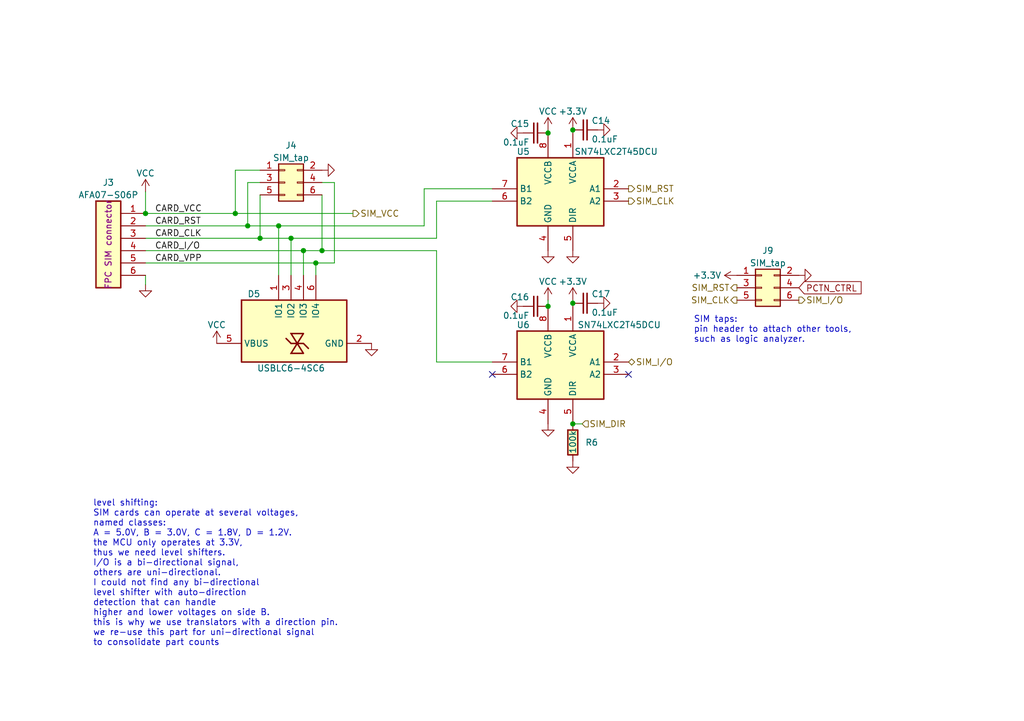
<source format=kicad_sch>
(kicad_sch (version 20230121) (generator eeschema)
  (paper "A5")
  (title_block (title "rSIM") (date "$date$") (rev "$version$.$revision$") (company "CuVoodoo") (comment 1 "King Kévin") (comment 2 "CERN-OHL-S") (comment 3 "SIM interface"))
  (lib_symbols
    (symbol "Connector_Generic:Conn_02x03_Odd_Even" (pin_names (offset 1.016) hide)
      (property "Reference" "J" (at 1.27 5.08 0))
      (property "Value" "Conn_02x03_Odd_Even" (at 1.27 -5.08 0))
      (symbol "Conn_02x03_Odd_Even_1_1"
        (rectangle (start -1.27 -2.413) (end 0 -2.667) (stroke (width 0.1524)))
        (rectangle (start -1.27 0.127) (end 0 -0.127) (stroke (width 0.1524)))
        (rectangle (start -1.27 2.667) (end 0 2.413) (stroke (width 0.1524)))
        (rectangle (start -1.27 3.81) (end 3.81 -3.81) (stroke (width 0.254)) (fill (type background)))
        (rectangle (start 3.81 -2.413) (end 2.54 -2.667) (stroke (width 0.1524)))
        (rectangle (start 3.81 0.127) (end 2.54 -0.127) (stroke (width 0.1524)))
        (rectangle (start 3.81 2.667) (end 2.54 2.413) (stroke (width 0.1524)))
        (pin passive line (at -5.08 2.54 0) (length 3.81) (name "Pin_1") (number "1"))
        (pin passive line (at 7.62 2.54 180) (length 3.81) (name "Pin_2") (number "2"))
        (pin passive line (at -5.08 0 0) (length 3.81) (name "Pin_3") (number "3"))
        (pin passive line (at 7.62 0 180) (length 3.81) (name "Pin_4") (number "4"))
        (pin passive line (at -5.08 -2.54 0) (length 3.81) (name "Pin_5") (number "5"))
        (pin passive line (at 7.62 -2.54 180) (length 3.81) (name "Pin_6") (number "6"))
      )
    )
    (symbol "partdb:TVS/USBLC6-4SC6"
      (property "Reference" "D" (at 0 0.762 0))
      (property "Value" "USBLC6-4SC6" (at 9.652 -22.352 0))
      (symbol "TVS/USBLC6-4SC6_1_1"
        (polyline (pts (xy 8.89 -12.7) (xy 9.906 -13.716)) (stroke (width 0.305)))
        (polyline (pts (xy 8.89 -10.16) (xy 7.874 -9.144)) (stroke (width 0.305)))
        (polyline (pts (xy 8.89 -10.16) (xy 8.89 -12.7)) (stroke (width 0.305)))
        (polyline (pts (xy 6.858 -10.16) (xy 8.89 -11.43) (xy 6.858 -12.7) (xy 6.858 -10.16)) (stroke (width 0.305)) (fill (type background)))
        (polyline (pts (xy 10.922 -10.16) (xy 8.89 -11.43) (xy 10.922 -12.7) (xy 10.922 -10.16)) (stroke (width 0.305)) (fill (type background)))
        (rectangle (start 0 0) (end 12.7 -21.59) (stroke (width 0.305)) (fill (type background)))
        (pin passive line (at -5.08 -7.62 0) (length 5.08) (name "IO1") (number "1"))
        (pin power_in line (at 8.89 -26.67 90) (length 5.08) (name "GND") (number "2"))
        (pin passive line (at -5.08 -10.16 0) (length 5.08) (name "IO2") (number "3"))
        (pin passive line (at -5.08 -12.7 0) (length 5.08) (name "IO3") (number "4"))
        (pin power_in line (at 8.89 5.08 270) (length 5.08) (name "VBUS") (number "5"))
        (pin passive line (at -5.08 -15.24 0) (length 5.08) (name "IO4") (number "6"))
      )
    )
    (symbol "partdb:capacitor/C0603 0.1uF 16V" (pin_numbers hide) (pin_names hide)
      (property "Reference" "C" (at 0 2.794 0))
      (property "Value" "C0603" (at 0 -2.794 0))
      (symbol "capacitor/C0603 0.1uF 16V_1_1"
        (polyline (pts (xy -0.381 2.032) (xy -0.381 -2.032)) (stroke (width 0.305)))
        (polyline (pts (xy 0.381 2.032) (xy 0.381 -2.032)) (stroke (width 0.305)))
        (pin passive line (at -2.54 0 0) (length 2.159) (name "L") (number "1"))
        (pin passive line (at 2.54 0 180) (length 2.159) (name "R") (number "2"))
      )
    )
    (symbol "partdb:connector/AFA07-S06FCC-00" (pin_names hide)
      (property "Reference" "J" (at 2.54 0.762 0))
      (property "Value" "AFA07-S06P" (at 2.54 -18.542 0))
      (symbol "connector/AFA07-S06FCC-00_1_1"
        (rectangle (start 0 0) (end 5.08 -17.78) (stroke (width 0.305)) (fill (type background)))
        (pin passive line (at -5.08 -2.54 0) (length 5.08) (name "1") (number "1"))
        (pin passive line (at -5.08 -5.08 0) (length 5.08) (name "2") (number "2"))
        (pin passive line (at -5.08 -7.62 0) (length 5.08) (name "3") (number "3"))
        (pin passive line (at -5.08 -10.16 0) (length 5.08) (name "4") (number "4"))
        (pin passive line (at -5.08 -12.7 0) (length 5.08) (name "5") (number "5"))
        (pin passive line (at -5.08 -15.24 0) (length 5.08) (name "6") (number "6"))
      )
    )
    (symbol "partdb:resistor/R0603 100K" (pin_numbers hide) (pin_names hide)
      (property "Reference" "R" (at 0 1.778 0))
      (property "Value" "R0603" (at 0 -1.778 0))
      (symbol "resistor/R0603 100K_1_1"
        (rectangle (start -2.54 1.016) (end 2.54 -1.016) (stroke (width 0.305)) (fill (type background)))
        (pin passive line (at -3.81 0 0) (length 1.27) (name "L") (number "1"))
        (pin passive line (at 3.81 0 180) (length 1.27) (name "R") (number "2"))
      )
    )
    (symbol "power:+3.3V" (power) (pin_names (offset 0))
      (property "Value" "+3.3V" (at 0 3.556 0))
      (symbol "+3.3V_0_1"
        (polyline (pts (xy -0.762 1.27) (xy 0 2.54)))
        (polyline (pts (xy 0 0) (xy 0 2.54)))
        (polyline (pts (xy 0 2.54) (xy 0.762 1.27)))
      )
      (symbol "+3.3V_1_1"
        (pin power_in line (at 0 0 90) (length 0) hide (name "+3.3V") (number "1"))
      )
    )
    (symbol "power:GND" (power) (pin_names (offset 0))
      (property "Value" "GND" (at 0 -3.81 0))
      (symbol "GND_0_1"
        (polyline (pts (xy 0 0) (xy 0 -1.27) (xy 1.27 -1.27) (xy 0 -2.54) (xy -1.27 -1.27) (xy 0 -1.27)))
      )
      (symbol "GND_1_1"
        (pin power_in line (at 0 0 270) (length 0) hide (name "GND") (number "1"))
      )
    )
    (symbol "power:VCC" (power) (pin_names (offset 0))
      (property "Value" "VCC" (at 0 3.81 0))
      (symbol "VCC_0_1"
        (polyline (pts (xy -0.762 1.27) (xy 0 2.54)))
        (polyline (pts (xy 0 0) (xy 0 2.54)))
        (polyline (pts (xy 0 2.54) (xy 0.762 1.27)))
      )
      (symbol "VCC_1_1"
        (pin power_in line (at 0 0 90) (length 0) hide (name "VCC") (number "1"))
      )
    )
    (symbol "qeda:SN74LXC2T45DCU"
      (property "Reference" "U" (at 0 0.762 0))
      (property "Value" "SN74LXC2T45DCU" (at 12.192 -14.732 0))
      (symbol "SN74LXC2T45DCU_1_1"
        (rectangle (start 0 0) (end 17.78 -13.97) (stroke (width 0.305)) (fill (type background)))
        (pin power_in line (at 6.35 5.08 270) (length 5.08) (name "VCCA") (number "1"))
        (pin bidirectional line (at -5.08 -6.35 0) (length 5.08) (name "A1") (number "2"))
        (pin bidirectional line (at -5.08 -8.89 0) (length 5.08) (name "A2") (number "3"))
        (pin power_in line (at 11.43 -19.05 90) (length 5.08) (name "GND") (number "4"))
        (pin input line (at 6.35 -19.05 90) (length 5.08) (name "DIR") (number "5"))
        (pin bidirectional line (at 22.86 -8.89 180) (length 5.08) (name "B2") (number "6"))
        (pin bidirectional line (at 22.86 -6.35 180) (length 5.08) (name "B1") (number "7"))
        (pin power_in line (at 11.43 5.08 270) (length 5.08) (name "VCCB") (number "8"))
      )
    )
  )
  (junction (at 50.8 46.355))
  (junction (at 66.04 51.435))
  (junction (at 29.845 43.815))
  (junction (at 53.34 48.895))
  (junction (at 117.475 62.23))
  (junction (at 112.395 27.305))
  (junction (at 62.23 51.435))
  (junction (at 117.475 86.995))
  (junction (at 117.475 26.67))
  (junction (at 57.15 46.355))
  (junction (at 59.69 48.895))
  (junction (at 48.26 43.815))
  (junction (at 112.395 62.865))
  (junction (at 64.77 53.975))
  (no_connect (at 100.965 76.835))
  (no_connect (at 128.905 76.835))
  (wire (pts (xy 119.38 86.995) (xy 117.475 86.995)))
  (wire (pts (xy 117.475 61.595) (xy 117.475 62.23)))
  (wire (pts (xy 112.395 61.595) (xy 112.395 62.865)))
  (wire (pts (xy 29.845 58.42) (xy 29.845 56.515)))
  (wire (pts (xy 48.26 34.925) (xy 48.26 43.815)))
  (wire (pts (xy 64.77 53.975) (xy 64.77 56.515)))
  (wire (pts (xy 29.845 53.975) (xy 64.77 53.975)))
  (wire (pts (xy 50.8 37.465) (xy 50.8 46.355)))
  (wire (pts (xy 59.69 48.895) (xy 59.69 56.515)))
  (wire (pts (xy 112.395 26.67) (xy 112.395 27.305)))
  (wire (pts (xy 57.15 46.355) (xy 86.995 46.355)))
  (wire (pts (xy 64.77 53.975) (xy 68.58 53.975)))
  (wire (pts (xy 59.69 48.895) (xy 53.34 48.895)))
  (wire (pts (xy 86.995 46.355) (xy 86.995 38.735)))
  (wire (pts (xy 59.69 48.895) (xy 89.535 48.895)))
  (wire (pts (xy 62.23 51.435) (xy 62.23 56.515)))
  (wire (pts (xy 48.26 43.815) (xy 72.39 43.815)))
  (wire (pts (xy 53.34 34.925) (xy 48.26 34.925)))
  (wire (pts (xy 29.845 43.815) (xy 48.26 43.815)))
  (wire (pts (xy 57.15 46.355) (xy 50.8 46.355)))
  (wire (pts (xy 29.845 39.37) (xy 29.845 43.815)))
  (wire (pts (xy 117.475 26.67) (xy 117.475 27.305)))
  (wire (pts (xy 66.04 37.465) (xy 68.58 37.465)))
  (wire (pts (xy 66.04 40.005) (xy 66.04 51.435)))
  (wire (pts (xy 29.845 51.435) (xy 62.23 51.435)))
  (wire (pts (xy 53.34 40.005) (xy 53.34 48.895)))
  (wire (pts (xy 68.58 37.465) (xy 68.58 53.975)))
  (wire (pts (xy 89.535 51.435) (xy 89.535 74.295)))
  (wire (pts (xy 66.04 51.435) (xy 89.535 51.435)))
  (wire (pts (xy 86.995 38.735) (xy 100.965 38.735)))
  (wire (pts (xy 29.845 46.355) (xy 50.8 46.355)))
  (wire (pts (xy 57.15 46.355) (xy 57.15 56.515)))
  (wire (pts (xy 29.845 48.895) (xy 53.34 48.895)))
  (wire (pts (xy 89.535 74.295) (xy 100.965 74.295)))
  (wire (pts (xy 89.535 48.895) (xy 89.535 41.275)))
  (wire (pts (xy 89.535 41.275) (xy 100.965 41.275)))
  (wire (pts (xy 66.04 51.435) (xy 62.23 51.435)))
  (wire (pts (xy 53.34 37.465) (xy 50.8 37.465)))
  (wire (pts (xy 117.475 62.23) (xy 117.475 62.865)))
  (text "level shifting:\nSIM cards can operate at several voltages,\nnamed classes:\nA = 5.0V, B = 3.0V, C = 1.8V, D = 1.2V.\nthe MCU only operates at 3.3V,\nthus we need level shifters.\nI/O is a bi-directional signal,\nothers are uni-directional.\nI could not find any bi-directional\nlevel shifter with auto-direction\ndetection that can handle\nhigher and lower voltages on side B.\nthis is why we use translators with a direction pin.\nwe re-use this part for uni-directional signal\nto consolidate part counts\n" (at 19.05 132.715 0) (effects (font (size 1.27 1.27)) (justify left bottom)))
  (text "SIM taps:\npin header to attach other tools,\nsuch as logic analyzer." (at 142.24 70.485 0) (effects (font (size 1.27 1.27)) (justify left bottom)))
  (label "CARD_RST" (at 31.75 46.355 0))
  (label "CARD_VPP" (at 31.75 53.975 0))
  (label "CARD_CLK" (at 31.75 48.895 0))
  (label "CARD_VCC" (at 31.75 43.815 0))
  (label "CARD_I{slash}O" (at 31.75 51.435 0))
  (global_label "PCTN_CTRL" (shape input) (at 163.83 59.055 0) (property "Intersheetrefs" "${INTERSHEET_REFS}" (effects hide)))
  (hierarchical_label "SIM_RST" (shape output) (at 128.905 38.735 0))
  (hierarchical_label "SIM_VCC" (shape output) (at 72.39 43.815 0))
  (hierarchical_label "SIM_I{slash}O" (shape output) (at 163.83 61.595 0))
  (hierarchical_label "SIM_I{slash}O" (shape bidirectional) (at 128.905 74.295 0))
  (hierarchical_label "SIM_RST" (shape output) (at 151.13 59.055 180))
  (hierarchical_label "SIM_DIR" (shape input) (at 119.38 86.995 0))
  (hierarchical_label "SIM_CLK" (shape output) (at 128.905 41.275 0))
  (hierarchical_label "SIM_CLK" (shape output) (at 151.13 61.595 180))
  (symbol (lib_id "power:GND") (at 112.395 86.995 0) (unit 1)
    (property "Reference" "#PWR073" (effects hide))
    (property "Value" "GND" (effects hide))
    (instances (project "rsim" (path "" (reference "#PWR073") (unit 1)) (path "" (reference "#PWR073") (unit 1)) (path "" (reference "#PWR0109") (unit 1))))
  )
  (symbol (lib_id "partdb:connector/AFA07-S06FCC-00") (at 24.765 41.275 0) (mirror y) (unit 1)
    (property "Reference" "J3" (at 22.225 37.465 0))
    (property "Value" "AFA07-S06P" (at 22.225 40.005 0))
    (property "Footprint" "qeda:CONNECTOR_AFA07-S06P" (effects hide))
    (property "Datasheet" "https://datasheet.lcsc.com/lcsc/1811021315_JUSHUO-AFA07-S06FCC-00_C72727.pdf" (effects hide))
    (property "qeda_part" "connector/fpc_afa07" (effects hide))
    (property "qeda_variant" "6p" (effects hide))
    (property "name" "FPC SIM connector" (at 22.225 50.165 90))
    (instances (project "rsim" (path "" (reference "J3") (unit 1)) (path "" (reference "J3") (unit 1)) (path "" (reference "J11") (unit 1))))
  )
  (symbol (lib_id "partdb:capacitor/C0603 0.1uF 16V") (at 109.855 62.865 0) (mirror y) (unit 1)
    (property "Reference" "C16" (at 108.585 60.96 0) (effects (justify left)))
    (property "Value" "0.1uF" (at 108.585 64.77 0) (effects (justify left)))
    (property "Footprint" "qeda:CAPC1608X92N" (effects hide))
    (property "Datasheet" "Chip capacitor 1.6x0.8 mm" (effects hide))
    (property "qeda_part" "capacitor/c0603" (effects hide))
    (property "JLCPCB_CORRECTION" "0;0;-90" (effects hide))
    (instances (project "rsim" (path "" (reference "C16") (unit 1)) (path "" (reference "C16") (unit 1)) (path "" (reference "C23") (unit 1))))
  )
  (symbol (lib_id "partdb:capacitor/C0603 0.1uF 16V") (at 109.855 27.305 0) (mirror y) (unit 1)
    (property "Reference" "C15" (at 108.585 25.4 0) (effects (justify left)))
    (property "Value" "0.1uF" (at 108.585 29.21 0) (effects (justify left)))
    (property "Footprint" "qeda:CAPC1608X92N" (effects hide))
    (property "Datasheet" "Chip capacitor 1.6x0.8 mm" (effects hide))
    (property "qeda_part" "capacitor/c0603" (effects hide))
    (property "JLCPCB_CORRECTION" "0;0;-90" (effects hide))
    (instances (project "rsim" (path "" (reference "C15") (unit 1)) (path "" (reference "C15") (unit 1)) (path "" (reference "C22") (unit 1))))
  )
  (symbol (lib_id "power:GND") (at 112.395 51.435 0) (unit 1)
    (property "Reference" "#PWR072" (effects hide))
    (property "Value" "GND" (effects hide))
    (instances (project "rsim" (path "" (reference "#PWR072") (unit 1)) (path "" (reference "#PWR072") (unit 1)) (path "" (reference "#PWR0108") (unit 1))))
  )
  (symbol (lib_id "qeda:SN74LXC2T45DCU") (at 123.825 67.945 0) (mirror y) (unit 1)
    (property "Reference" "U6" (at 107.315 66.675 0))
    (property "Value" "SN74LXC2T45DCU" (at 127 66.675 0))
    (property "Footprint" "qeda:SOP50P310X90-8N" (effects hide))
    (property "Datasheet" "https://www.ti.com/lit/gpn/sn74lxc2t45" (effects hide))
    (instances (project "rsim" (path "" (reference "U6") (unit 1)) (path "" (reference "U6") (unit 1)) (path "" (reference "U10") (unit 1))))
  )
  (symbol (lib_id "power:GND") (at 107.315 27.305 270) (unit 1)
    (property "Reference" "#PWR096" (effects hide))
    (property "Value" "GND" (effects hide))
    (instances (project "rsim" (path "" (reference "#PWR096") (unit 1)) (path "" (reference "#PWR096") (unit 1)) (path "" (reference "#PWR0106") (unit 1))))
  )
  (symbol (lib_id "power:GND") (at 122.555 62.23 90) (unit 1)
    (property "Reference" "#PWR098" (effects hide))
    (property "Value" "GND" (effects hide))
    (instances (project "rsim" (path "" (reference "#PWR098") (unit 1)) (path "" (reference "#PWR098") (unit 1)) (path "" (reference "#PWR0114") (unit 1))))
  )
  (symbol (lib_id "partdb:capacitor/C0603 0.1uF 16V") (at 120.015 62.23 0) (unit 1)
    (property "Reference" "C17" (at 121.285 60.325 0) (effects (justify left)))
    (property "Value" "0.1uF" (at 121.285 64.135 0) (effects (justify left)))
    (property "Footprint" "qeda:CAPC1608X92N" (effects hide))
    (property "Datasheet" "Chip capacitor 1.6x0.8 mm" (effects hide))
    (property "qeda_part" "capacitor/c0603" (effects hide))
    (property "JLCPCB_CORRECTION" "0;0;-90" (effects hide))
    (instances (project "rsim" (path "" (reference "C17") (unit 1)) (path "" (reference "C17") (unit 1)) (path "" (reference "C25") (unit 1))))
  )
  (symbol (lib_id "power:+3.3V") (at 117.475 61.595 0) (unit 1)
    (property "Reference" "#PWR075" (effects hide))
    (property "Value" "+3.3V" (at 117.475 57.785 0))
    (instances (project "rsim" (path "" (reference "#PWR075") (unit 1)) (path "" (reference "#PWR075") (unit 1)) (path "" (reference "#PWR0112") (unit 1))))
  )
  (symbol (lib_id "Connector_Generic:Conn_02x03_Odd_Even") (at 58.42 37.465 0) (unit 1)
    (property "Reference" "J4" (at 59.69 29.845 0))
    (property "Value" "SIM_tap" (at 59.69 32.385 0))
    (property "Footprint" "Connector_IDC:IDC-Header_2x03_P2.54mm_Vertical" (effects hide))
    (instances (project "rsim" (path "" (reference "J4") (unit 1)) (path "" (reference "J4") (unit 1)) (path "" (reference "J12") (unit 1))))
  )
  (symbol (lib_id "power:+3.3V") (at 117.475 26.67 0) (unit 1)
    (property "Reference" "#PWR074" (effects hide))
    (property "Value" "+3.3V" (at 117.475 22.86 0))
    (instances (project "rsim" (path "" (reference "#PWR074") (unit 1)) (path "" (reference "#PWR074") (unit 1)) (path "" (reference "#PWR0110") (unit 1))))
  )
  (symbol (lib_id "power:GND") (at 117.475 94.615 0) (unit 1)
    (property "Reference" "#PWR076" (effects hide))
    (property "Value" "GND" (effects hide))
    (instances (project "rsim" (path "" (reference "#PWR076") (unit 1)) (path "" (reference "#PWR077") (unit 1)) (path "" (reference "#PWR078") (unit 1))))
  )
  (symbol (lib_id "power:GND") (at 122.555 26.67 90) (unit 1)
    (property "Reference" "#PWR095" (effects hide))
    (property "Value" "GND" (effects hide))
    (instances (project "rsim" (path "" (reference "#PWR095") (unit 1)) (path "" (reference "#PWR095") (unit 1)) (path "" (reference "#PWR0113") (unit 1))))
  )
  (symbol (lib_id "partdb:TVS/USBLC6-4SC6") (at 49.53 61.595 90) (mirror x) (unit 1)
    (property "Reference" "D5" (at 52.07 60.325 90))
    (property "Value" "USBLC6-4SC6" (at 59.69 75.565 90))
    (property "Footprint" "qeda:SOT95P280X145-6N" (effects hide))
    (property "Datasheet" "https://www.st.com/resource/en/datasheet/usblc6-4.pdf" (effects hide))
    (property "qeda_part" "diode/tvs_st_usblc6-4" (effects hide))
    (property "qeda_variant" "sc6" (effects hide))
    (instances (project "rsim" (path "" (reference "D5") (unit 1)) (path "" (reference "D5") (unit 1)) (path "" (reference "D12") (unit 1))))
  )
  (symbol (lib_id "power:GND") (at 163.83 56.515 90) (unit 1)
    (property "Reference" "#PWR083" (effects hide))
    (property "Value" "GND" (effects hide))
    (instances (project "rsim" (path "" (reference "#PWR083") (unit 1)) (path "" (reference "#PWR083") (unit 1)) (path "" (reference "#PWR0116") (unit 1))))
  )
  (symbol (lib_id "Connector_Generic:Conn_02x03_Odd_Even") (at 156.21 59.055 0) (unit 1)
    (property "Reference" "J9" (at 157.48 51.435 0))
    (property "Value" "SIM_tap" (at 157.48 53.975 0))
    (property "Footprint" "Connector_IDC:IDC-Header_2x03_P2.54mm_Vertical" (effects hide))
    (instances (project "rsim" (path "" (reference "J9") (unit 1)) (path "" (reference "J9") (unit 1)) (path "" (reference "J13") (unit 1))))
  )
  (symbol (lib_id "power:GND") (at 66.04 34.925 90) (unit 1)
    (property "Reference" "#PWR027" (effects hide))
    (property "Value" "GND" (effects hide))
    (instances (project "rsim" (path "" (reference "#PWR027") (unit 1)) (path "" (reference "#PWR027") (unit 1)) (path "" (reference "#PWR0104") (unit 1))))
  )
  (symbol (lib_id "partdb:capacitor/C0603 0.1uF 16V") (at 120.015 26.67 0) (unit 1)
    (property "Reference" "C14" (at 121.285 24.765 0) (effects (justify left)))
    (property "Value" "0.1uF" (at 121.285 28.575 0) (effects (justify left)))
    (property "Footprint" "qeda:CAPC1608X92N" (effects hide))
    (property "Datasheet" "Chip capacitor 1.6x0.8 mm" (effects hide))
    (property "qeda_part" "capacitor/c0603" (effects hide))
    (property "JLCPCB_CORRECTION" "0;0;-90" (effects hide))
    (instances (project "rsim" (path "" (reference "C14") (unit 1)) (path "" (reference "C14") (unit 1)) (path "" (reference "C24") (unit 1))))
  )
  (symbol (lib_id "power:VCC") (at 112.395 26.67 0) (unit 1)
    (property "Reference" "#PWR0122" (effects hide))
    (property "Value" "VCC" (at 112.395 22.86 0))
    (instances (project "rsim" (path "" (reference "#PWR0122") (unit 1)) (path "" (reference "#PWR0121") (unit 1))))
  )
  (symbol (lib_id "power:GND") (at 76.2 70.485 0) (unit 1)
    (property "Reference" "#PWR028" (effects hide))
    (property "Value" "GND" (effects hide))
    (instances (project "rsim" (path "" (reference "#PWR028") (unit 1)) (path "" (reference "#PWR028") (unit 1)) (path "" (reference "#PWR0105") (unit 1))))
  )
  (symbol (lib_id "power:VCC") (at 112.395 61.595 0) (unit 1)
    (property "Reference" "#PWR0124" (effects hide))
    (property "Value" "VCC" (at 112.395 57.785 0))
    (instances (project "rsim" (path "" (reference "#PWR0124") (unit 1)) (path "" (reference "#PWR0123") (unit 1))))
  )
  (symbol (lib_id "qeda:SN74LXC2T45DCU") (at 123.825 32.385 0) (mirror y) (unit 1)
    (property "Reference" "U5" (at 107.315 31.115 0))
    (property "Value" "SN74LXC2T45DCU" (at 126.365 31.115 0))
    (property "Footprint" "qeda:SOP50P310X90-8N" (effects hide))
    (property "Datasheet" "https://www.ti.com/lit/gpn/sn74lxc2t45" (effects hide))
    (instances (project "rsim" (path "" (reference "U5") (unit 1)) (path "" (reference "U5") (unit 1)) (path "" (reference "U9") (unit 1))))
  )
  (symbol (lib_id "power:GND") (at 29.845 58.42 0) (unit 1)
    (property "Reference" "#PWR026" (effects hide))
    (property "Value" "GND" (effects hide))
    (instances (project "rsim" (path "" (reference "#PWR026") (unit 1)) (path "" (reference "#PWR026") (unit 1)) (path "" (reference "#PWR0103") (unit 1))))
  )
  (symbol (lib_id "power:+3.3V") (at 151.13 56.515 90) (unit 1)
    (property "Reference" "#PWR082" (effects hide))
    (property "Value" "+3.3V" (at 147.955 56.515 90) (effects (justify left)))
    (instances (project "rsim" (path "" (reference "#PWR082") (unit 1)) (path "" (reference "#PWR082") (unit 1)) (path "" (reference "#PWR0115") (unit 1))))
  )
  (symbol (lib_id "power:VCC") (at 44.45 70.485 0) (unit 1)
    (property "Reference" "#PWR0120" (effects hide))
    (property "Value" "VCC" (at 44.45 66.675 0))
    (instances (project "rsim" (path "" (reference "#PWR0120") (unit 1)) (path "" (reference "#PWR0119") (unit 1))))
  )
  (symbol (lib_id "power:GND") (at 107.315 62.865 270) (unit 1)
    (property "Reference" "#PWR097" (effects hide))
    (property "Value" "GND" (effects hide))
    (instances (project "rsim" (path "" (reference "#PWR097") (unit 1)) (path "" (reference "#PWR097") (unit 1)) (path "" (reference "#PWR0107") (unit 1))))
  )
  (symbol (lib_id "partdb:resistor/R0603 100K") (at 117.475 90.805 90) (unit 1)
    (property "Reference" "R6" (at 120.015 90.805 90) (effects (justify right)))
    (property "Value" "100k" (at 117.475 88.265 0) (effects (justify right)))
    (property "Footprint" "qeda:UC1608X55N" (effects hide))
    (property "Datasheet" "resistor, chip, 1.6x0.8 mm" (effects hide))
    (property "qeda_part" "resistor/r0603" (effects hide))
    (property "JLCPCB_CORRECTION" "0;0;-90" (effects hide))
    (property "name" "resistor, chip, 1.6x0.8 mm" (effects hide))
    (instances (project "rsim" (path "" (reference "R6") (unit 1)) (path "" (reference "R6") (unit 1)) (path "" (reference "R18") (unit 1)) (path "" (reference "R19") (unit 1))))
  )
  (symbol (lib_id "power:VCC") (at 29.845 39.37 0) (unit 1)
    (property "Reference" "#PWR0118" (effects hide))
    (property "Value" "VCC" (at 29.845 35.56 0))
    (instances (project "rsim" (path "" (reference "#PWR0118") (unit 1)) (path "" (reference "#PWR0117") (unit 1))))
  )
  (symbol (lib_id "power:GND") (at 117.475 51.435 0) (unit 1)
    (property "Reference" "#PWR076" (effects hide))
    (property "Value" "GND" (effects hide))
    (instances (project "rsim" (path "" (reference "#PWR076") (unit 1)) (path "" (reference "#PWR076") (unit 1)) (path "" (reference "#PWR0111") (unit 1))))
  )
)
</source>
